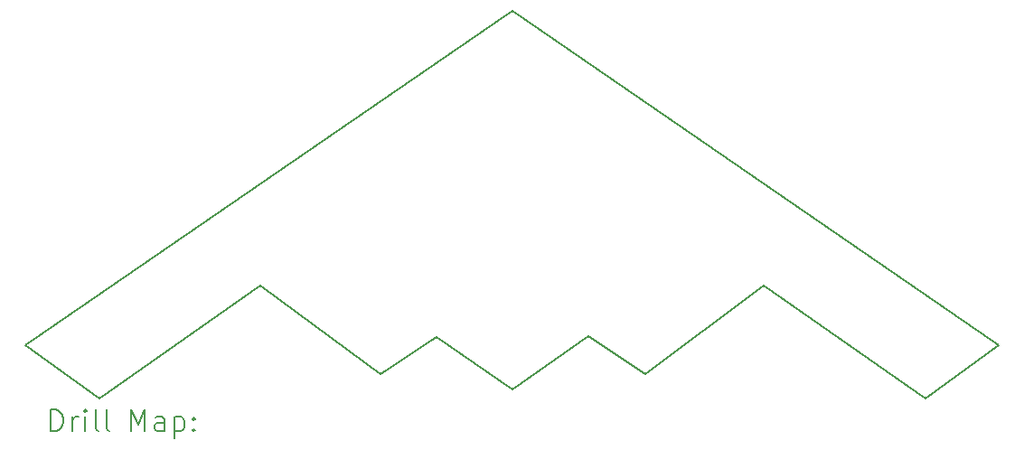
<source format=gbr>
%TF.GenerationSoftware,KiCad,Pcbnew,(6.99.0-2452-gdb4f2d9dd8)*%
%TF.CreationDate,2022-07-25T19:23:13-05:00*%
%TF.ProjectId,B2,42322e6b-6963-4616-945f-706362585858,rev?*%
%TF.SameCoordinates,Original*%
%TF.FileFunction,Drillmap*%
%TF.FilePolarity,Positive*%
%FSLAX45Y45*%
G04 Gerber Fmt 4.5, Leading zero omitted, Abs format (unit mm)*
G04 Created by KiCad (PCBNEW (6.99.0-2452-gdb4f2d9dd8)) date 2022-07-25 19:23:13*
%MOMM*%
%LPD*%
G01*
G04 APERTURE LIST*
%ADD10C,0.180000*%
%ADD11C,0.200000*%
G04 APERTURE END LIST*
D10*
X17411370Y-10152090D02*
X16295131Y-10978006D01*
X14340463Y-10630120D02*
X13819886Y-10983011D01*
X13819886Y-10983011D02*
X13819886Y-10983011D01*
X19608806Y-10707706D02*
X19608806Y-10707706D01*
X15053755Y-7579236D02*
X19608806Y-10707706D01*
X15767046Y-10627617D02*
X15767046Y-10627617D01*
X15767046Y-10627617D02*
X15053755Y-11123167D01*
X10491194Y-10710209D02*
X15053755Y-7579236D01*
X16295131Y-10978006D02*
X16295131Y-10978006D01*
X15053755Y-11123167D02*
X14340463Y-10630120D01*
X18925549Y-11208261D02*
X17411370Y-10152090D01*
X12691134Y-10149587D02*
X11184463Y-11210764D01*
X18925549Y-11208261D02*
X18925549Y-11208261D01*
X19608806Y-10707706D02*
X18925549Y-11208261D01*
X14340463Y-10630120D02*
X14340463Y-10630120D01*
X13819886Y-10983011D02*
X12691134Y-10149587D01*
X16295131Y-10978006D02*
X15767046Y-10627617D01*
X12691134Y-10149587D02*
X12691134Y-10149587D01*
X11184463Y-11210764D02*
X11184463Y-11210764D01*
X17411370Y-10152090D02*
X17411370Y-10152090D01*
X15053755Y-7579236D02*
X15053755Y-7579236D01*
X11184463Y-11210764D02*
X10491194Y-10710209D01*
X15053755Y-11123167D02*
X15053755Y-11123167D01*
D11*
X10729813Y-11513240D02*
X10729813Y-11313240D01*
X10729813Y-11313240D02*
X10777432Y-11313240D01*
X10777432Y-11313240D02*
X10806003Y-11322764D01*
X10806003Y-11322764D02*
X10825051Y-11341811D01*
X10825051Y-11341811D02*
X10834575Y-11360859D01*
X10834575Y-11360859D02*
X10844098Y-11398954D01*
X10844098Y-11398954D02*
X10844098Y-11427526D01*
X10844098Y-11427526D02*
X10834575Y-11465621D01*
X10834575Y-11465621D02*
X10825051Y-11484668D01*
X10825051Y-11484668D02*
X10806003Y-11503716D01*
X10806003Y-11503716D02*
X10777432Y-11513240D01*
X10777432Y-11513240D02*
X10729813Y-11513240D01*
X10929813Y-11513240D02*
X10929813Y-11379907D01*
X10929813Y-11418002D02*
X10939336Y-11398954D01*
X10939336Y-11398954D02*
X10948860Y-11389430D01*
X10948860Y-11389430D02*
X10967908Y-11379907D01*
X10967908Y-11379907D02*
X10986956Y-11379907D01*
X11053622Y-11513240D02*
X11053622Y-11379907D01*
X11053622Y-11313240D02*
X11044098Y-11322764D01*
X11044098Y-11322764D02*
X11053622Y-11332288D01*
X11053622Y-11332288D02*
X11063146Y-11322764D01*
X11063146Y-11322764D02*
X11053622Y-11313240D01*
X11053622Y-11313240D02*
X11053622Y-11332288D01*
X11177432Y-11513240D02*
X11158384Y-11503716D01*
X11158384Y-11503716D02*
X11148860Y-11484668D01*
X11148860Y-11484668D02*
X11148860Y-11313240D01*
X11282193Y-11513240D02*
X11263146Y-11503716D01*
X11263146Y-11503716D02*
X11253622Y-11484668D01*
X11253622Y-11484668D02*
X11253622Y-11313240D01*
X11478384Y-11513240D02*
X11478384Y-11313240D01*
X11478384Y-11313240D02*
X11545051Y-11456097D01*
X11545051Y-11456097D02*
X11611717Y-11313240D01*
X11611717Y-11313240D02*
X11611717Y-11513240D01*
X11792670Y-11513240D02*
X11792670Y-11408478D01*
X11792670Y-11408478D02*
X11783146Y-11389430D01*
X11783146Y-11389430D02*
X11764098Y-11379907D01*
X11764098Y-11379907D02*
X11726003Y-11379907D01*
X11726003Y-11379907D02*
X11706955Y-11389430D01*
X11792670Y-11503716D02*
X11773622Y-11513240D01*
X11773622Y-11513240D02*
X11726003Y-11513240D01*
X11726003Y-11513240D02*
X11706955Y-11503716D01*
X11706955Y-11503716D02*
X11697432Y-11484668D01*
X11697432Y-11484668D02*
X11697432Y-11465621D01*
X11697432Y-11465621D02*
X11706955Y-11446573D01*
X11706955Y-11446573D02*
X11726003Y-11437049D01*
X11726003Y-11437049D02*
X11773622Y-11437049D01*
X11773622Y-11437049D02*
X11792670Y-11427526D01*
X11887908Y-11379907D02*
X11887908Y-11579907D01*
X11887908Y-11389430D02*
X11906955Y-11379907D01*
X11906955Y-11379907D02*
X11945051Y-11379907D01*
X11945051Y-11379907D02*
X11964098Y-11389430D01*
X11964098Y-11389430D02*
X11973622Y-11398954D01*
X11973622Y-11398954D02*
X11983146Y-11418002D01*
X11983146Y-11418002D02*
X11983146Y-11475145D01*
X11983146Y-11475145D02*
X11973622Y-11494192D01*
X11973622Y-11494192D02*
X11964098Y-11503716D01*
X11964098Y-11503716D02*
X11945051Y-11513240D01*
X11945051Y-11513240D02*
X11906955Y-11513240D01*
X11906955Y-11513240D02*
X11887908Y-11503716D01*
X12068860Y-11494192D02*
X12078384Y-11503716D01*
X12078384Y-11503716D02*
X12068860Y-11513240D01*
X12068860Y-11513240D02*
X12059336Y-11503716D01*
X12059336Y-11503716D02*
X12068860Y-11494192D01*
X12068860Y-11494192D02*
X12068860Y-11513240D01*
X12068860Y-11389430D02*
X12078384Y-11398954D01*
X12078384Y-11398954D02*
X12068860Y-11408478D01*
X12068860Y-11408478D02*
X12059336Y-11398954D01*
X12059336Y-11398954D02*
X12068860Y-11389430D01*
X12068860Y-11389430D02*
X12068860Y-11408478D01*
M02*

</source>
